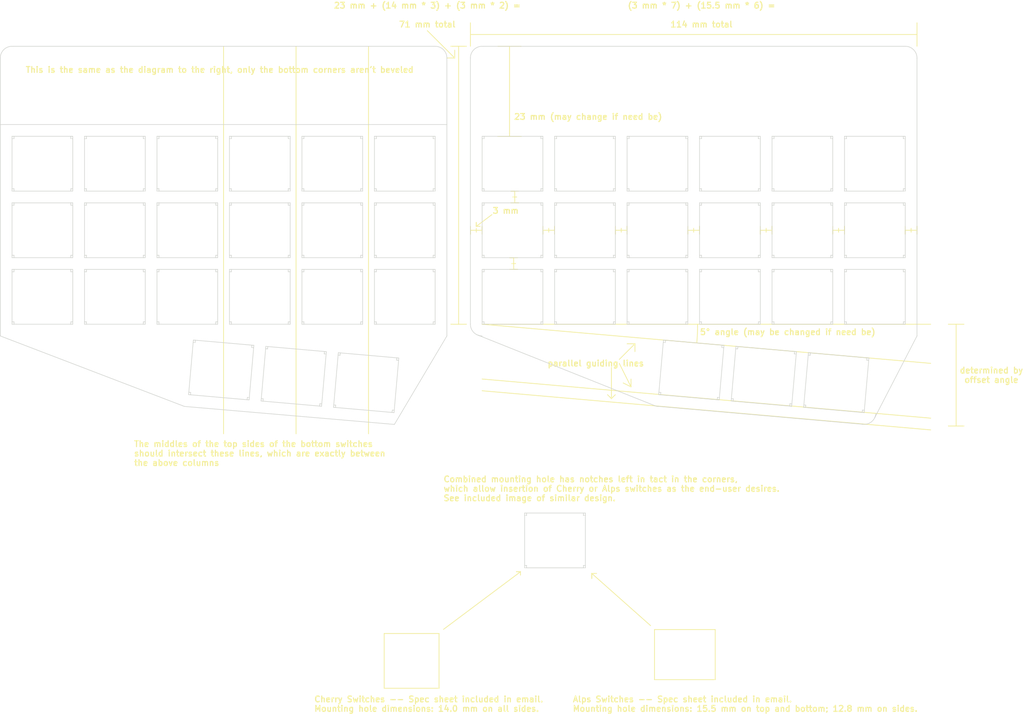
<source format=kicad_pcb>
(kicad_pcb (version 4) (host pcbnew 4.0.1-stable)

  (general
    (links 0)
    (no_connects 0)
    (area 26.924999 8.1 288.185714 190.4)
    (thickness 1.6)
    (drawings 655)
    (tracks 0)
    (zones 0)
    (modules 0)
    (nets 1)
  )

  (page A4)
  (layers
    (0 F.Cu signal)
    (31 B.Cu signal)
    (32 B.Adhes user)
    (33 F.Adhes user)
    (34 B.Paste user)
    (35 F.Paste user)
    (36 B.SilkS user)
    (37 F.SilkS user)
    (38 B.Mask user)
    (39 F.Mask user)
    (40 Dwgs.User user)
    (41 Cmts.User user)
    (42 Eco1.User user)
    (43 Eco2.User user)
    (44 Edge.Cuts user)
    (45 Margin user)
    (46 B.CrtYd user)
    (47 F.CrtYd user)
    (48 B.Fab user)
    (49 F.Fab user)
  )

  (setup
    (last_trace_width 0.25)
    (trace_clearance 0.2)
    (zone_clearance 0.508)
    (zone_45_only no)
    (trace_min 0.2)
    (segment_width 0.2)
    (edge_width 0.15)
    (via_size 0.6)
    (via_drill 0.4)
    (via_min_size 0.4)
    (via_min_drill 0.3)
    (uvia_size 0.3)
    (uvia_drill 0.1)
    (uvias_allowed no)
    (uvia_min_size 0.2)
    (uvia_min_drill 0.1)
    (pcb_text_width 0.3)
    (pcb_text_size 1.5 1.5)
    (mod_edge_width 0.15)
    (mod_text_size 1 1)
    (mod_text_width 0.15)
    (pad_size 1.524 1.524)
    (pad_drill 0.762)
    (pad_to_mask_clearance 0.2)
    (aux_axis_origin 0 0)
    (visible_elements FFFFFF7F)
    (pcbplotparams
      (layerselection 0x00020_00000000)
      (usegerberextensions false)
      (excludeedgelayer false)
      (linewidth 0.100000)
      (plotframeref false)
      (viasonmask false)
      (mode 1)
      (useauxorigin false)
      (hpglpennumber 1)
      (hpglpenspeed 20)
      (hpglpendiameter 15)
      (hpglpenoverlay 2)
      (psnegative false)
      (psa4output false)
      (plotreference true)
      (plotvalue true)
      (plotinvisibletext false)
      (padsonsilk false)
      (subtractmaskfromsilk false)
      (outputformat 4)
      (mirror false)
      (drillshape 0)
      (scaleselection 1)
      (outputdirectory /Users/sharks/Dropbox/SoftHRUFv1.0/PDF/))
  )

  (net 0 "")

  (net_class Default "This is the default net class."
    (clearance 0.2)
    (trace_width 0.25)
    (via_dia 0.6)
    (via_drill 0.4)
    (uvia_dia 0.3)
    (uvia_drill 0.1)
  )

  (gr_text "The middles of the top sides of the bottom switches\nshould intersect these lines, which are exactly between\nthe above columns" (at 61 124) (layer F.SilkS)
    (effects (font (size 1.5 1.5) (thickness 0.3)) (justify left))
  )
  (gr_line (start 84 20) (end 84 119) (layer F.SilkS) (width 0.2) (tstamp 57261130))
  (gr_line (start 102.5 20) (end 102.5 119) (layer F.SilkS) (width 0.2) (tstamp 5726112E))
  (gr_line (start 121 20) (end 121 119) (layer F.SilkS) (width 0.2))
  (gr_text "This is the same as the diagram to the right, only the bottom corners aren't beveled" (at 83 26) (layer F.SilkS)
    (effects (font (size 1.5 1.5) (thickness 0.3)))
  )
  (gr_text "determined by\noffset angle" (at 280 104) (layer F.SilkS)
    (effects (font (size 1.5 1.5) (thickness 0.3)))
  )
  (gr_text "parallel guiding lines" (at 179 101) (layer F.SilkS)
    (effects (font (size 1.5 1.5) (thickness 0.3)))
  )
  (gr_line (start 184 109) (end 183 110) (layer F.SilkS) (width 0.2))
  (gr_line (start 183 110) (end 182 109) (layer F.SilkS) (width 0.2))
  (gr_line (start 183 102) (end 183 110) (layer F.SilkS) (width 0.2))
  (gr_line (start 188 107) (end 188 105) (layer F.SilkS) (width 0.2))
  (gr_line (start 188 107) (end 186 106) (layer F.SilkS) (width 0.2))
  (gr_line (start 185 101) (end 188 107) (layer F.SilkS) (width 0.2))
  (gr_line (start 189 98) (end 189 96) (layer F.SilkS) (width 0.2))
  (gr_line (start 189 96) (end 187 96) (layer F.SilkS) (width 0.2))
  (gr_line (start 185 100) (end 189 96) (layer F.SilkS) (width 0.2))
  (gr_line (start 150 108) (end 264.5 118) (layer F.SilkS) (width 0.2) (tstamp 572590A4))
  (gr_line (start 150 105) (end 264.5 115) (layer F.SilkS) (width 0.2) (tstamp 57259096))
  (gr_line (start 269 117) (end 273 117) (layer F.SilkS) (width 0.2))
  (gr_line (start 271 91) (end 271 117) (layer F.SilkS) (width 0.2))
  (gr_line (start 269 91) (end 273 91) (layer F.SilkS) (width 0.2))
  (gr_text "(3 mm * 7) + (15.5 mm * 6) =\n\n114 mm total" (at 206 12) (layer F.SilkS)
    (effects (font (size 1.5 1.5) (thickness 0.3)))
  )
  (gr_line (start 261 20) (end 261 14) (layer F.SilkS) (width 0.2))
  (gr_line (start 147 17) (end 261 17) (layer F.SilkS) (width 0.2))
  (gr_line (start 147 20) (end 147 14) (layer F.SilkS) (width 0.2))
  (gr_line (start 143 23) (end 136 16) (layer F.SilkS) (width 0.2))
  (gr_line (start 143 23) (end 141 23) (layer F.SilkS) (width 0.2))
  (gr_line (start 143 21) (end 143 23) (layer F.SilkS) (width 0.2))
  (gr_text "23 mm + (14 mm * 3) + (3 mm * 2) =\n\n71 mm total" (at 136 12) (layer F.SilkS)
    (effects (font (size 1.5 1.5) (thickness 0.3)))
  )
  (gr_line (start 142 20) (end 146 20) (layer F.SilkS) (width 0.2))
  (gr_line (start 144 91) (end 144 20) (layer F.SilkS) (width 0.2))
  (gr_line (start 142 91) (end 146 91) (layer F.SilkS) (width 0.2))
  (gr_text "23 mm (may change if need be)" (at 158 38) (layer F.SilkS)
    (effects (font (size 1.5 1.5) (thickness 0.3)) (justify left))
  )
  (gr_line (start 154 43) (end 160 43) (layer F.SilkS) (width 0.2))
  (gr_line (start 157 20) (end 157 43) (layer F.SilkS) (width 0.2))
  (gr_line (start 154 20) (end 160 20) (layer F.SilkS) (width 0.2))
  (gr_line (start 158.04711 74.003165) (end 157.047116 74.006656) (layer F.SilkS) (width 0.2) (tstamp 57258A75))
  (gr_line (start 157.047116 74.006656) (end 159.047104 73.999675) (layer F.SilkS) (width 0.2) (tstamp 57258A74))
  (gr_line (start 159.057576 76.999656) (end 158.057582 77.003147) (layer F.SilkS) (width 0.2) (tstamp 57258A73))
  (gr_line (start 158.057582 77.003147) (end 158.04711 74.003165) (layer F.SilkS) (width 0.2) (tstamp 57258A72))
  (gr_line (start 157.057588 77.006638) (end 159.057576 76.999656) (layer F.SilkS) (width 0.2) (tstamp 57258A71))
  (gr_line (start 157.552349 75.504902) (end 158.552343 75.501411) (layer F.SilkS) (width 0.2) (tstamp 57258A70))
  (gr_line (start 158.31711 57.013165) (end 157.317116 57.016656) (layer F.SilkS) (width 0.2) (tstamp 57258A32))
  (gr_line (start 157.317116 57.016656) (end 159.317104 57.009675) (layer F.SilkS) (width 0.2) (tstamp 57258A31))
  (gr_line (start 159.327576 60.009656) (end 158.327582 60.013147) (layer F.SilkS) (width 0.2) (tstamp 57258A30))
  (gr_line (start 158.327582 60.013147) (end 158.31711 57.013165) (layer F.SilkS) (width 0.2) (tstamp 57258A2F))
  (gr_line (start 157.327588 60.016638) (end 159.327576 60.009656) (layer F.SilkS) (width 0.2) (tstamp 57258A2E))
  (gr_line (start 157.822349 58.514902) (end 158.822343 58.511411) (layer F.SilkS) (width 0.2) (tstamp 57258A2D))
  (gr_line (start 261 67) (end 261 66) (layer F.SilkS) (width 0.2) (tstamp 57258A19))
  (gr_line (start 258 66) (end 258 68) (layer F.SilkS) (width 0.2) (tstamp 57258A18))
  (gr_line (start 259.5 66.5) (end 259.5 67.5) (layer F.SilkS) (width 0.2) (tstamp 57258A17))
  (gr_line (start 261 66) (end 261 68) (layer F.SilkS) (width 0.2) (tstamp 57258A16))
  (gr_line (start 258 68) (end 258 67) (layer F.SilkS) (width 0.2) (tstamp 57258A15))
  (gr_line (start 258 67) (end 261 67) (layer F.SilkS) (width 0.2) (tstamp 57258A14))
  (gr_line (start 242.5 67) (end 242.5 66) (layer F.SilkS) (width 0.2) (tstamp 57258A12))
  (gr_line (start 224 67) (end 224 66) (layer F.SilkS) (width 0.2) (tstamp 57258A11))
  (gr_line (start 205.5 67) (end 205.5 66) (layer F.SilkS) (width 0.2) (tstamp 57258A10))
  (gr_line (start 187 67) (end 187 66) (layer F.SilkS) (width 0.2) (tstamp 57258A0F))
  (gr_line (start 239.5 66) (end 239.5 68) (layer F.SilkS) (width 0.2) (tstamp 57258A0E))
  (gr_line (start 221 66) (end 221 68) (layer F.SilkS) (width 0.2) (tstamp 57258A0D))
  (gr_line (start 202.5 66) (end 202.5 68) (layer F.SilkS) (width 0.2) (tstamp 57258A0C))
  (gr_line (start 184 66) (end 184 68) (layer F.SilkS) (width 0.2) (tstamp 57258A0B))
  (gr_line (start 241 66.5) (end 241 67.5) (layer F.SilkS) (width 0.2) (tstamp 57258A0A))
  (gr_line (start 222.5 66.5) (end 222.5 67.5) (layer F.SilkS) (width 0.2) (tstamp 57258A09))
  (gr_line (start 204 66.5) (end 204 67.5) (layer F.SilkS) (width 0.2) (tstamp 57258A08))
  (gr_line (start 185.5 66.5) (end 185.5 67.5) (layer F.SilkS) (width 0.2) (tstamp 57258A07))
  (gr_line (start 242.5 66) (end 242.5 68) (layer F.SilkS) (width 0.2) (tstamp 57258A06))
  (gr_line (start 224 66) (end 224 68) (layer F.SilkS) (width 0.2) (tstamp 57258A05))
  (gr_line (start 205.5 66) (end 205.5 68) (layer F.SilkS) (width 0.2) (tstamp 57258A04))
  (gr_line (start 187 66) (end 187 68) (layer F.SilkS) (width 0.2) (tstamp 57258A03))
  (gr_line (start 239.5 67) (end 242.5 67) (layer F.SilkS) (width 0.2) (tstamp 57258A02))
  (gr_line (start 221 67) (end 224 67) (layer F.SilkS) (width 0.2) (tstamp 57258A01))
  (gr_line (start 202.5 67) (end 205.5 67) (layer F.SilkS) (width 0.2) (tstamp 57258A00))
  (gr_line (start 184 67) (end 187 67) (layer F.SilkS) (width 0.2) (tstamp 572589FF))
  (gr_line (start 239.5 68) (end 239.5 67) (layer F.SilkS) (width 0.2) (tstamp 572589FE))
  (gr_line (start 221 68) (end 221 67) (layer F.SilkS) (width 0.2) (tstamp 572589FD))
  (gr_line (start 202.5 68) (end 202.5 67) (layer F.SilkS) (width 0.2) (tstamp 572589FC))
  (gr_line (start 184 68) (end 184 67) (layer F.SilkS) (width 0.2) (tstamp 572589FB))
  (gr_line (start 167 66.5) (end 167 67.5) (layer F.SilkS) (width 0.2) (tstamp 5725899C))
  (gr_line (start 165.5 67) (end 168.5 67) (layer F.SilkS) (width 0.2) (tstamp 5725899B))
  (gr_line (start 165.5 68) (end 165.5 67) (layer F.SilkS) (width 0.2) (tstamp 5725899A))
  (gr_line (start 168.5 67) (end 168.5 66) (layer F.SilkS) (width 0.2) (tstamp 57258999))
  (gr_line (start 168.5 66) (end 168.5 68) (layer F.SilkS) (width 0.2) (tstamp 57258998))
  (gr_line (start 165.5 66) (end 165.5 68) (layer F.SilkS) (width 0.2) (tstamp 57258997))
  (gr_line (start 148.5 66.5) (end 148.5 67.5) (layer F.SilkS) (width 0.2))
  (gr_line (start 147 68) (end 147 67) (layer F.SilkS) (width 0.2) (tstamp 57258934))
  (gr_line (start 147 66) (end 147 68) (layer F.SilkS) (width 0.2) (tstamp 57258933))
  (gr_line (start 150 67) (end 150 66) (layer F.SilkS) (width 0.2) (tstamp 57258932))
  (gr_line (start 150 66) (end 150 68) (layer F.SilkS) (width 0.2) (tstamp 57258931))
  (gr_line (start 147 67) (end 150 67) (layer F.SilkS) (width 0.2) (tstamp 57258930))
  (gr_line (start 152.5 63) (end 148.5 66) (layer F.SilkS) (width 0.2) (tstamp 5725892F))
  (gr_line (start 148.5 66) (end 149.5 66) (layer F.SilkS) (width 0.2) (tstamp 5725892E))
  (gr_line (start 148.5 65) (end 148.5 66) (layer F.SilkS) (width 0.2) (tstamp 5725892D))
  (gr_line (start 148.5 66) (end 148.5 65) (layer F.SilkS) (width 0.2) (tstamp 5725892C))
  (gr_text "3 mm" (at 156 62) (layer F.SilkS) (tstamp 5725892B)
    (effects (font (size 1.5 1.5) (thickness 0.3)))
  )
  (gr_text "Combined mounting hole has notches left in tact in the corners,\nwhich allow insertion of Cherry or Alps switches as the end-user desires.\nSee included image of similar design." (at 140 133) (layer F.SilkS)
    (effects (font (size 1.5 1.5) (thickness 0.3)) (justify left))
  )
  (gr_line (start 194 181.8) (end 209.5 181.8) (layer F.SilkS) (width 0.2) (tstamp 572586E4))
  (gr_line (start 209.5 169) (end 209.5 181.8) (layer F.SilkS) (width 0.2) (tstamp 572586E1))
  (gr_line (start 194 169) (end 194 181.8) (layer F.SilkS) (width 0.2))
  (gr_line (start 194 169) (end 209.5 169) (layer F.SilkS) (width 0.2))
  (gr_text "Alps Switches -- Spec sheet included in email.\nMounting hole dimensions: 15.5 mm on top and bottom; 12.8 mm on sides." (at 173 188) (layer F.SilkS) (tstamp 57258656)
    (effects (font (size 1.5 1.5) (thickness 0.3)) (justify left))
  )
  (gr_line (start 139 184) (end 139 170) (layer F.SilkS) (width 0.2))
  (gr_line (start 125 184) (end 139 184) (layer F.SilkS) (width 0.2))
  (gr_line (start 125 170) (end 125 184) (layer F.SilkS) (width 0.2))
  (gr_line (start 139 170) (end 125 170) (layer F.SilkS) (width 0.2))
  (gr_text "Cherry Switches -- Spec sheet included in email.\nMounting hole dimensions: 14.0 mm on all sides." (at 107 188) (layer F.SilkS)
    (effects (font (size 1.5 1.5) (thickness 0.3)) (justify left))
  )
  (gr_line (start 178 154.66) (end 179.2 154.66) (layer F.SilkS) (width 0.2))
  (gr_line (start 177.98 155.95) (end 178 154.66) (layer F.SilkS) (width 0.2))
  (gr_line (start 177.97 154.65) (end 177.98 155.95) (layer F.SilkS) (width 0.2))
  (gr_line (start 193 168) (end 177.97 154.65) (layer F.SilkS) (width 0.2))
  (gr_line (start 159.78 154.24) (end 159.78 155.1) (layer F.SilkS) (width 0.2))
  (gr_line (start 158.74 154.23) (end 159.78 154.24) (layer F.SilkS) (width 0.2))
  (gr_line (start 159.78 154.24) (end 158.74 154.23) (layer F.SilkS) (width 0.2))
  (gr_line (start 140.13 168.95) (end 159.78 154.24) (layer F.SilkS) (width 0.2))
  (gr_line (start 160.85 139.23) (end 160.85 153.23) (layer Edge.Cuts) (width 0.15) (tstamp 572583B7))
  (gr_line (start 160.85 139.23) (end 176.35 139.23) (layer Edge.Cuts) (width 0.15) (tstamp 572583B6))
  (gr_line (start 175.85 139.23) (end 175.85 139.83) (layer Edge.Cuts) (width 0.15) (tstamp 572583B5))
  (gr_line (start 160.85 139.83) (end 161.35 139.83) (layer Edge.Cuts) (width 0.15) (tstamp 572583B4))
  (gr_line (start 161.35 139.23) (end 161.35 139.83) (layer Edge.Cuts) (width 0.15) (tstamp 572583B3))
  (gr_line (start 160.85 153.23) (end 176.35 153.23) (layer Edge.Cuts) (width 0.15) (tstamp 572583B2))
  (gr_line (start 161.35 153.23) (end 161.35 152.63) (layer Edge.Cuts) (width 0.15) (tstamp 572583B1))
  (gr_line (start 161.35 152.63) (end 160.85 152.63) (layer Edge.Cuts) (width 0.15) (tstamp 572583B0))
  (gr_line (start 176.35 139.83) (end 175.85 139.83) (layer Edge.Cuts) (width 0.15) (tstamp 572583AF))
  (gr_line (start 175.85 152.63) (end 175.85 153.23) (layer Edge.Cuts) (width 0.15) (tstamp 572583AE))
  (gr_line (start 176.35 152.63) (end 175.85 152.63) (layer Edge.Cuts) (width 0.15) (tstamp 572583AD))
  (gr_line (start 176.35 139.23) (end 176.35 153.23) (layer Edge.Cuts) (width 0.15) (tstamp 572583AC))
  (gr_text "5° angle (may be changed if need be)" (at 228 93) (layer F.SilkS)
    (effects (font (size 1.5 1.5) (thickness 0.3)))
  )
  (gr_arc (start 150 91) (end 205 91) (angle 4.99260379) (layer F.SilkS) (width 0.2))
  (gr_line (start 150 91) (end 264.5 91) (layer F.SilkS) (width 0.2))
  (gr_line (start 150 91) (end 264.5 101) (layer F.SilkS) (width 0.2))
  (gr_line (start 247.1 116.55) (end 194.79 111.97) (layer Edge.Cuts) (width 0.15))
  (gr_line (start 261 94) (end 250.21 114.88) (layer Edge.Cuts) (width 0.15))
  (gr_line (start 148.66 93.68) (end 194.03 111.8) (layer Edge.Cuts) (width 0.15) (tstamp 5723C3C1))
  (gr_arc (start 247.51 113.58) (end 250.5 113.83) (angle 95) (layer Edge.Cuts) (width 0.15))
  (gr_line (start 247.51 113.58) (end 247.5 113.58) (layer Edge.Cuts) (width 0.15))
  (gr_arc (start 195.07 108.98) (end 195 112) (angle 18.18165919) (layer Edge.Cuts) (width 0.15))
  (gr_arc (start 150 91) (end 150 94) (angle 90) (layer Edge.Cuts) (width 0.15))
  (gr_line (start 127.6 116.6) (end 141 94) (layer Edge.Cuts) (width 0.15))
  (gr_line (start 74 112) (end 127.6 116.6) (layer Edge.Cuts) (width 0.15))
  (gr_line (start 27 94) (end 74 112) (layer Edge.Cuts) (width 0.15))
  (gr_line (start 168.5 74) (end 184 74) (layer Edge.Cuts) (width 0.15) (tstamp 5723C3A7))
  (gr_line (start 184 73.4) (end 183.5 73.4) (layer Edge.Cuts) (width 0.15) (tstamp 5723C3A5))
  (gr_line (start 183.5 77) (end 183.5 77.6) (layer Edge.Cuts) (width 0.15) (tstamp 5723C3A3))
  (gr_line (start 168.5 77.6) (end 169 77.6) (layer Edge.Cuts) (width 0.15) (tstamp 5723C3A1))
  (gr_line (start 169 73.4) (end 168.5 73.4) (layer Edge.Cuts) (width 0.15) (tstamp 5723C39F))
  (gr_line (start 169 74) (end 169 73.4) (layer Edge.Cuts) (width 0.15) (tstamp 5723C39D))
  (gr_line (start 169 77) (end 169 77.6) (layer Edge.Cuts) (width 0.15) (tstamp 5723C39B))
  (gr_line (start 183.5 73.4) (end 183.5 74) (layer Edge.Cuts) (width 0.15) (tstamp 5723C399))
  (gr_line (start 150 74) (end 165.5 74) (layer Edge.Cuts) (width 0.15) (tstamp 5723C397))
  (gr_line (start 165.5 73.4) (end 165 73.4) (layer Edge.Cuts) (width 0.15) (tstamp 5723C395))
  (gr_line (start 165 73.4) (end 165 74) (layer Edge.Cuts) (width 0.15) (tstamp 5723C393))
  (gr_line (start 150.5 73.4) (end 150 73.4) (layer Edge.Cuts) (width 0.15) (tstamp 5723C391))
  (gr_line (start 150.5 74) (end 150.5 73.4) (layer Edge.Cuts) (width 0.15) (tstamp 5723C38F))
  (gr_line (start 150 91) (end 165.5 91) (layer Edge.Cuts) (width 0.15) (tstamp 5723C38D))
  (gr_line (start 150 77.6) (end 150.5 77.6) (layer Edge.Cuts) (width 0.15) (tstamp 5723C38B))
  (gr_line (start 150.5 91) (end 150.5 90.4) (layer Edge.Cuts) (width 0.15) (tstamp 5723C389))
  (gr_line (start 150.5 77) (end 150.5 77.6) (layer Edge.Cuts) (width 0.15) (tstamp 5723C387))
  (gr_line (start 150.5 90.4) (end 150 90.4) (layer Edge.Cuts) (width 0.15) (tstamp 5723C385))
  (gr_line (start 150 77) (end 150 91) (layer Edge.Cuts) (width 0.15) (tstamp 5723C383))
  (gr_line (start 150 77) (end 165.5 77) (layer Edge.Cuts) (width 0.15) (tstamp 5723C381))
  (gr_line (start 184 77) (end 184 91) (layer Edge.Cuts) (width 0.15) (tstamp 5723C37F))
  (gr_line (start 184 90.4) (end 183.5 90.4) (layer Edge.Cuts) (width 0.15) (tstamp 5723C37D))
  (gr_line (start 183.5 90.4) (end 183.5 91) (layer Edge.Cuts) (width 0.15) (tstamp 5723C37B))
  (gr_line (start 169 90.4) (end 168.5 90.4) (layer Edge.Cuts) (width 0.15) (tstamp 5723C379))
  (gr_line (start 168.5 91) (end 184 91) (layer Edge.Cuts) (width 0.15) (tstamp 5723C377))
  (gr_line (start 168.5 77) (end 184 77) (layer Edge.Cuts) (width 0.15) (tstamp 5723C375))
  (gr_line (start 169 91) (end 169 90.4) (layer Edge.Cuts) (width 0.15) (tstamp 5723C373))
  (gr_line (start 165.5 77) (end 165.5 91) (layer Edge.Cuts) (width 0.15) (tstamp 5723C371))
  (gr_line (start 165.5 90.4) (end 165 90.4) (layer Edge.Cuts) (width 0.15) (tstamp 5723C36F))
  (gr_line (start 165.5 77.6) (end 165 77.6) (layer Edge.Cuts) (width 0.15) (tstamp 5723C36D))
  (gr_line (start 165 90.4) (end 165 91) (layer Edge.Cuts) (width 0.15) (tstamp 5723C36B))
  (gr_line (start 168.5 77) (end 168.5 91) (layer Edge.Cuts) (width 0.15) (tstamp 5723C369))
  (gr_line (start 165 77) (end 165 77.6) (layer Edge.Cuts) (width 0.15) (tstamp 5723C367))
  (gr_line (start 183.5 60) (end 183.5 60.6) (layer Edge.Cuts) (width 0.15) (tstamp 5723C365))
  (gr_line (start 184 60.6) (end 183.5 60.6) (layer Edge.Cuts) (width 0.15) (tstamp 5723C363))
  (gr_line (start 183.5 56.4) (end 183.5 57) (layer Edge.Cuts) (width 0.15) (tstamp 5723C361))
  (gr_line (start 168.5 60) (end 184 60) (layer Edge.Cuts) (width 0.15) (tstamp 5723C35F))
  (gr_line (start 184 56.4) (end 183.5 56.4) (layer Edge.Cuts) (width 0.15) (tstamp 5723C35D))
  (gr_line (start 183.5 43) (end 183.5 43.6) (layer Edge.Cuts) (width 0.15) (tstamp 5723C35B))
  (gr_line (start 184 43) (end 184 57) (layer Edge.Cuts) (width 0.15) (tstamp 5723C359))
  (gr_line (start 168.5 43) (end 184 43) (layer Edge.Cuts) (width 0.15) (tstamp 5723C357))
  (gr_line (start 168.5 57) (end 184 57) (layer Edge.Cuts) (width 0.15) (tstamp 5723C355))
  (gr_line (start 184 43.6) (end 183.5 43.6) (layer Edge.Cuts) (width 0.15) (tstamp 5723C353))
  (gr_line (start 165 56.4) (end 165 57) (layer Edge.Cuts) (width 0.15) (tstamp 5723C351))
  (gr_line (start 169 60) (end 169 60.6) (layer Edge.Cuts) (width 0.15) (tstamp 5723C34F))
  (gr_line (start 165.5 60.6) (end 165 60.6) (layer Edge.Cuts) (width 0.15) (tstamp 5723C34D))
  (gr_line (start 168.5 60.6) (end 169 60.6) (layer Edge.Cuts) (width 0.15) (tstamp 5723C34B))
  (gr_line (start 169 56.4) (end 168.5 56.4) (layer Edge.Cuts) (width 0.15) (tstamp 5723C349))
  (gr_line (start 169 57) (end 169 56.4) (layer Edge.Cuts) (width 0.15) (tstamp 5723C347))
  (gr_line (start 165.5 56.4) (end 165 56.4) (layer Edge.Cuts) (width 0.15) (tstamp 5723C345))
  (gr_line (start 165 60) (end 165 60.6) (layer Edge.Cuts) (width 0.15) (tstamp 5723C343))
  (gr_line (start 150 43) (end 165.5 43) (layer Edge.Cuts) (width 0.15) (tstamp 5723C341))
  (gr_line (start 150.5 43) (end 150.5 43.6) (layer Edge.Cuts) (width 0.15) (tstamp 5723C33F))
  (gr_line (start 150 43.6) (end 150.5 43.6) (layer Edge.Cuts) (width 0.15) (tstamp 5723C33D))
  (gr_line (start 150 43) (end 150 57) (layer Edge.Cuts) (width 0.15) (tstamp 5723C33B))
  (gr_line (start 150.5 56.4) (end 150 56.4) (layer Edge.Cuts) (width 0.15) (tstamp 5723C339))
  (gr_line (start 165 43) (end 165 43.6) (layer Edge.Cuts) (width 0.15) (tstamp 5723C337))
  (gr_line (start 165.5 43) (end 165.5 57) (layer Edge.Cuts) (width 0.15) (tstamp 5723C335))
  (gr_line (start 168.5 43.6) (end 169 43.6) (layer Edge.Cuts) (width 0.15) (tstamp 5723C333))
  (gr_line (start 165.5 43.6) (end 165 43.6) (layer Edge.Cuts) (width 0.15) (tstamp 5723C331))
  (gr_line (start 168.5 43) (end 168.5 57) (layer Edge.Cuts) (width 0.15) (tstamp 5723C32F))
  (gr_line (start 169 43) (end 169 43.6) (layer Edge.Cuts) (width 0.15) (tstamp 5723C32D))
  (gr_line (start 150 57) (end 165.5 57) (layer Edge.Cuts) (width 0.15) (tstamp 5723C32B))
  (gr_line (start 150 60.6) (end 150.5 60.6) (layer Edge.Cuts) (width 0.15) (tstamp 5723C329))
  (gr_line (start 150.5 60) (end 150.5 60.6) (layer Edge.Cuts) (width 0.15) (tstamp 5723C327))
  (gr_line (start 150.5 57) (end 150.5 56.4) (layer Edge.Cuts) (width 0.15) (tstamp 5723C325))
  (gr_line (start 150 60) (end 165.5 60) (layer Edge.Cuts) (width 0.15) (tstamp 5723C323))
  (gr_line (start 187.5 73.4) (end 187 73.4) (layer Edge.Cuts) (width 0.15) (tstamp 5723C321))
  (gr_line (start 205.5 60) (end 205.5 74) (layer Edge.Cuts) (width 0.15) (tstamp 5723C31F))
  (gr_line (start 187 74) (end 202.5 74) (layer Edge.Cuts) (width 0.15) (tstamp 5723C31D))
  (gr_line (start 187 60) (end 187 74) (layer Edge.Cuts) (width 0.15) (tstamp 5723C31B))
  (gr_line (start 187.5 74) (end 187.5 73.4) (layer Edge.Cuts) (width 0.15) (tstamp 5723C319))
  (gr_line (start 205.5 74) (end 221 74) (layer Edge.Cuts) (width 0.15) (tstamp 5723C317))
  (gr_line (start 206 73.4) (end 205.5 73.4) (layer Edge.Cuts) (width 0.15) (tstamp 5723C315))
  (gr_line (start 206 74) (end 206 73.4) (layer Edge.Cuts) (width 0.15) (tstamp 5723C313))
  (gr_line (start 205.5 60) (end 221 60) (layer Edge.Cuts) (width 0.15) (tstamp 5723C311))
  (gr_line (start 205.5 77) (end 221 77) (layer Edge.Cuts) (width 0.15) (tstamp 5723C30F))
  (gr_line (start 184 60) (end 184 74) (layer Edge.Cuts) (width 0.15) (tstamp 5723C30D))
  (gr_line (start 202.5 77.6) (end 202 77.6) (layer Edge.Cuts) (width 0.15) (tstamp 5723C30B))
  (gr_line (start 184 77.6) (end 183.5 77.6) (layer Edge.Cuts) (width 0.15) (tstamp 5723C309))
  (gr_line (start 187 60) (end 202.5 60) (layer Edge.Cuts) (width 0.15) (tstamp 5723C307))
  (gr_line (start 187.5 77) (end 187.5 77.6) (layer Edge.Cuts) (width 0.15) (tstamp 5723C305))
  (gr_line (start 187.5 60) (end 187.5 60.6) (layer Edge.Cuts) (width 0.15) (tstamp 5723C303))
  (gr_line (start 187.5 56.4) (end 187 56.4) (layer Edge.Cuts) (width 0.15) (tstamp 5723C301))
  (gr_line (start 187.5 57) (end 187.5 56.4) (layer Edge.Cuts) (width 0.15) (tstamp 5723C2FF))
  (gr_line (start 187 60.6) (end 187.5 60.6) (layer Edge.Cuts) (width 0.15) (tstamp 5723C2FD))
  (gr_line (start 187 77) (end 187 91) (layer Edge.Cuts) (width 0.15) (tstamp 5723C2FB))
  (gr_line (start 202.5 90.4) (end 202 90.4) (layer Edge.Cuts) (width 0.15) (tstamp 5723C2F9))
  (gr_line (start 187 77) (end 202.5 77) (layer Edge.Cuts) (width 0.15) (tstamp 5723C2F7))
  (gr_line (start 206 77) (end 206 77.6) (layer Edge.Cuts) (width 0.15) (tstamp 5723C2F5))
  (gr_arc (start 258 23) (end 258 20) (angle 90) (layer Edge.Cuts) (width 0.15) (tstamp 5723C2F3))
  (gr_line (start 150 20) (end 258 20) (layer Edge.Cuts) (width 0.15) (tstamp 5723C2EF))
  (gr_line (start 165.5 60) (end 165.5 74) (layer Edge.Cuts) (width 0.15) (tstamp 5723C2ED))
  (gr_line (start 150 60) (end 150 74) (layer Edge.Cuts) (width 0.15) (tstamp 5723C2EB))
  (gr_arc (start 150 23) (end 147 23) (angle 90) (layer Edge.Cuts) (width 0.15) (tstamp 5723C2E9))
  (gr_line (start 147 23) (end 147 91) (layer Edge.Cuts) (width 0.15) (tstamp 5723C2E7))
  (gr_line (start 168.5 60) (end 168.5 74) (layer Edge.Cuts) (width 0.15) (tstamp 5723C2E5))
  (gr_line (start 187 91) (end 202.5 91) (layer Edge.Cuts) (width 0.15) (tstamp 5723C2E3))
  (gr_line (start 187.5 90.4) (end 187 90.4) (layer Edge.Cuts) (width 0.15) (tstamp 5723C2E1))
  (gr_line (start 187 77.6) (end 187.5 77.6) (layer Edge.Cuts) (width 0.15) (tstamp 5723C2DF))
  (gr_line (start 187.5 91) (end 187.5 90.4) (layer Edge.Cuts) (width 0.15) (tstamp 5723C2DD))
  (gr_line (start 202.5 73.4) (end 202 73.4) (layer Edge.Cuts) (width 0.15) (tstamp 5723C2DB))
  (gr_line (start 187 43) (end 202.5 43) (layer Edge.Cuts) (width 0.15) (tstamp 5723C2D9))
  (gr_line (start 187 43.6) (end 187.5 43.6) (layer Edge.Cuts) (width 0.15) (tstamp 5723C2D7))
  (gr_line (start 187.5 43) (end 187.5 43.6) (layer Edge.Cuts) (width 0.15) (tstamp 5723C2D5))
  (gr_line (start 187 57) (end 202.5 57) (layer Edge.Cuts) (width 0.15) (tstamp 5723C2D3))
  (gr_line (start 187 43) (end 187 57) (layer Edge.Cuts) (width 0.15) (tstamp 5723C2D1))
  (gr_line (start 220.5 43) (end 220.5 43.6) (layer Edge.Cuts) (width 0.15) (tstamp 5723C2CF))
  (gr_line (start 221 43.6) (end 220.5 43.6) (layer Edge.Cuts) (width 0.15) (tstamp 5723C2CD))
  (gr_line (start 221 56.4) (end 220.5 56.4) (layer Edge.Cuts) (width 0.15) (tstamp 5723C2CB))
  (gr_line (start 205.5 43) (end 221 43) (layer Edge.Cuts) (width 0.15) (tstamp 5723C2C9))
  (gr_line (start 206 60) (end 206 60.6) (layer Edge.Cuts) (width 0.15) (tstamp 5723C2C7))
  (gr_line (start 202.5 60.6) (end 202 60.6) (layer Edge.Cuts) (width 0.15) (tstamp 5723C2C5))
  (gr_line (start 205.5 60.6) (end 206 60.6) (layer Edge.Cuts) (width 0.15) (tstamp 5723C2C3))
  (gr_line (start 202 60) (end 202 60.6) (layer Edge.Cuts) (width 0.15) (tstamp 5723C2C1))
  (gr_line (start 220.5 56.4) (end 220.5 57) (layer Edge.Cuts) (width 0.15) (tstamp 5723C2BF))
  (gr_line (start 206 56.4) (end 205.5 56.4) (layer Edge.Cuts) (width 0.15) (tstamp 5723C2BD))
  (gr_line (start 206 57) (end 206 56.4) (layer Edge.Cuts) (width 0.15) (tstamp 5723C2BB))
  (gr_line (start 220.5 60) (end 220.5 60.6) (layer Edge.Cuts) (width 0.15) (tstamp 5723C2B9))
  (gr_line (start 205.5 57) (end 221 57) (layer Edge.Cuts) (width 0.15) (tstamp 5723C2B7))
  (gr_line (start 205.5 43.6) (end 206 43.6) (layer Edge.Cuts) (width 0.15) (tstamp 5723C2B5))
  (gr_line (start 206 43) (end 206 43.6) (layer Edge.Cuts) (width 0.15) (tstamp 5723C2B3))
  (gr_line (start 202 56.4) (end 202 57) (layer Edge.Cuts) (width 0.15) (tstamp 5723C2B1))
  (gr_line (start 202.5 56.4) (end 202 56.4) (layer Edge.Cuts) (width 0.15) (tstamp 5723C2AF))
  (gr_line (start 202.5 43.6) (end 202 43.6) (layer Edge.Cuts) (width 0.15) (tstamp 5723C2AD))
  (gr_line (start 205.5 43) (end 205.5 57) (layer Edge.Cuts) (width 0.15) (tstamp 5723C2AB))
  (gr_line (start 202 43) (end 202 43.6) (layer Edge.Cuts) (width 0.15) (tstamp 5723C2A9))
  (gr_line (start 202.5 60) (end 202.5 74) (layer Edge.Cuts) (width 0.15) (tstamp 5723C2A7))
  (gr_line (start 202.5 43) (end 202.5 57) (layer Edge.Cuts) (width 0.15) (tstamp 5723C2A5))
  (gr_line (start 224.5 57) (end 224.5 56.4) (layer Edge.Cuts) (width 0.15) (tstamp 5723C2A3))
  (gr_line (start 239 43) (end 239 43.6) (layer Edge.Cuts) (width 0.15) (tstamp 5723C2A1))
  (gr_line (start 239 56.4) (end 239 57) (layer Edge.Cuts) (width 0.15) (tstamp 5723C29F))
  (gr_line (start 239.5 43) (end 239.5 57) (layer Edge.Cuts) (width 0.15) (tstamp 5723C29D))
  (gr_line (start 224 57) (end 239.5 57) (layer Edge.Cuts) (width 0.15) (tstamp 5723C29B))
  (gr_line (start 239.5 43.6) (end 239 43.6) (layer Edge.Cuts) (width 0.15) (tstamp 5723C299))
  (gr_line (start 239.5 56.4) (end 239 56.4) (layer Edge.Cuts) (width 0.15) (tstamp 5723C297))
  (gr_line (start 224 43) (end 239.5 43) (layer Edge.Cuts) (width 0.15) (tstamp 5723C295))
  (gr_line (start 221 43) (end 221 57) (layer Edge.Cuts) (width 0.15) (tstamp 5723C293))
  (gr_line (start 224 43.6) (end 224.5 43.6) (layer Edge.Cuts) (width 0.15) (tstamp 5723C291))
  (gr_line (start 224 43) (end 224 57) (layer Edge.Cuts) (width 0.15) (tstamp 5723C28F))
  (gr_line (start 224.5 56.4) (end 224 56.4) (layer Edge.Cuts) (width 0.15) (tstamp 5723C28D))
  (gr_line (start 224.5 43) (end 224.5 43.6) (layer Edge.Cuts) (width 0.15) (tstamp 5723C28B))
  (gr_line (start 243 73.4) (end 242.5 73.4) (layer Edge.Cuts) (width 0.15) (tstamp 5723C289))
  (gr_line (start 243 60) (end 243 60.6) (layer Edge.Cuts) (width 0.15) (tstamp 5723C287))
  (gr_line (start 243 74) (end 243 73.4) (layer Edge.Cuts) (width 0.15) (tstamp 5723C285))
  (gr_line (start 242.5 60.6) (end 243 60.6) (layer Edge.Cuts) (width 0.15) (tstamp 5723C283))
  (gr_line (start 242.5 60) (end 242.5 74) (layer Edge.Cuts) (width 0.15) (tstamp 5723C281))
  (gr_line (start 202 90.4) (end 202 91) (layer Edge.Cuts) (width 0.15) (tstamp 5723C27F))
  (gr_line (start 206 91) (end 206 90.4) (layer Edge.Cuts) (width 0.15) (tstamp 5723C27D))
  (gr_line (start 206 90.4) (end 205.5 90.4) (layer Edge.Cuts) (width 0.15) (tstamp 5723C27B))
  (gr_line (start 205.5 91) (end 221 91) (layer Edge.Cuts) (width 0.15) (tstamp 5723C279))
  (gr_line (start 211.23125 96.349686) (end 211.178955 96.947402) (layer Edge.Cuts) (width 0.15) (tstamp 5723C277))
  (gr_line (start 211.677053 96.99098) (end 211.178955 96.947402) (layer Edge.Cuts) (width 0.15) (tstamp 5723C275))
  (gr_line (start 196.236036 95.640066) (end 196.734134 95.683644) (layer Edge.Cuts) (width 0.15) (tstamp 5723C273))
  (gr_line (start 196.288329 95.042348) (end 195.06815 108.989075) (layer Edge.Cuts) (width 0.15) (tstamp 5723C271))
  (gr_line (start 195.618538 108.434934) (end 195.120442 108.391358) (layer Edge.Cuts) (width 0.15) (tstamp 5723C26F))
  (gr_line (start 196.786427 95.085928) (end 196.734134 95.683644) (layer Edge.Cuts) (width 0.15) (tstamp 5723C26D))
  (gr_line (start 196.288329 95.042348) (end 211.729348 96.393263) (layer Edge.Cuts) (width 0.15) (tstamp 5723C26B))
  (gr_line (start 202.5 77) (end 202.5 91) (layer Edge.Cuts) (width 0.15) (tstamp 5723C269))
  (gr_line (start 202 77) (end 202 77.6) (layer Edge.Cuts) (width 0.15) (tstamp 5723C267))
  (gr_line (start 202 73.4) (end 202 74) (layer Edge.Cuts) (width 0.15) (tstamp 5723C265))
  (gr_line (start 205.5 77.6) (end 206 77.6) (layer Edge.Cuts) (width 0.15) (tstamp 5723C263))
  (gr_line (start 205.5 77) (end 205.5 91) (layer Edge.Cuts) (width 0.15) (tstamp 5723C261))
  (gr_line (start 211.729348 96.393263) (end 210.509167 110.339987) (layer Edge.Cuts) (width 0.15) (tstamp 5723C25F))
  (gr_line (start 195.566246 109.032652) (end 195.618538 108.434934) (layer Edge.Cuts) (width 0.15) (tstamp 5723C25D))
  (gr_line (start 210.561461 109.742271) (end 210.063362 109.698695) (layer Edge.Cuts) (width 0.15) (tstamp 5723C25B))
  (gr_line (start 195.06815 108.989075) (end 210.509167 110.339987) (layer Edge.Cuts) (width 0.15) (tstamp 5723C259))
  (gr_line (start 210.063362 109.698695) (end 210.011069 110.296411) (layer Edge.Cuts) (width 0.15) (tstamp 5723C255))
  (gr_line (start 239.5 60) (end 239.5 74) (layer Edge.Cuts) (width 0.15) (tstamp 5723C253))
  (gr_line (start 224 74) (end 239.5 74) (layer Edge.Cuts) (width 0.15) (tstamp 5723C251))
  (gr_line (start 239 60) (end 239 60.6) (layer Edge.Cuts) (width 0.15) (tstamp 5723C24F))
  (gr_line (start 239.5 60.6) (end 239 60.6) (layer Edge.Cuts) (width 0.15) (tstamp 5723C24D))
  (gr_line (start 239 73.4) (end 239 74) (layer Edge.Cuts) (width 0.15) (tstamp 5723C24B))
  (gr_line (start 239.5 73.4) (end 239 73.4) (layer Edge.Cuts) (width 0.15) (tstamp 5723C249))
  (gr_line (start 224 60) (end 239.5 60) (layer Edge.Cuts) (width 0.15) (tstamp 5723C247))
  (gr_line (start 221 77) (end 221 91) (layer Edge.Cuts) (width 0.15) (tstamp 5723C245))
  (gr_line (start 224.5 77) (end 224.5 77.6) (layer Edge.Cuts) (width 0.15) (tstamp 5723C243))
  (gr_line (start 220.5 77) (end 220.5 77.6) (layer Edge.Cuts) (width 0.15) (tstamp 5723C241))
  (gr_line (start 220.5 90.4) (end 220.5 91) (layer Edge.Cuts) (width 0.15) (tstamp 5723C23F))
  (gr_line (start 224 77.6) (end 224.5 77.6) (layer Edge.Cuts) (width 0.15) (tstamp 5723C23D))
  (gr_line (start 221 90.4) (end 220.5 90.4) (layer Edge.Cuts) (width 0.15) (tstamp 5723C23B))
  (gr_line (start 224.5 90.4) (end 224 90.4) (layer Edge.Cuts) (width 0.15) (tstamp 5723C239))
  (gr_line (start 224 77) (end 224 91) (layer Edge.Cuts) (width 0.15) (tstamp 5723C237))
  (gr_line (start 239.5 77) (end 239.5 91) (layer Edge.Cuts) (width 0.15) (tstamp 5723C235))
  (gr_line (start 224 77) (end 239.5 77) (layer Edge.Cuts) (width 0.15) (tstamp 5723C233))
  (gr_line (start 239 77) (end 239 77.6) (layer Edge.Cuts) (width 0.15) (tstamp 5723C231))
  (gr_line (start 224.5 91) (end 224.5 90.4) (layer Edge.Cuts) (width 0.15) (tstamp 5723C22F))
  (gr_line (start 239 90.4) (end 239 91) (layer Edge.Cuts) (width 0.15) (tstamp 5723C22D))
  (gr_line (start 239.5 77.6) (end 239 77.6) (layer Edge.Cuts) (width 0.15) (tstamp 5723C22B))
  (gr_line (start 239.5 90.4) (end 239 90.4) (layer Edge.Cuts) (width 0.15) (tstamp 5723C229))
  (gr_line (start 224 91) (end 239.5 91) (layer Edge.Cuts) (width 0.15) (tstamp 5723C227))
  (gr_line (start 221 60.6) (end 220.5 60.6) (layer Edge.Cuts) (width 0.15) (tstamp 5723C225))
  (gr_line (start 220.5 73.4) (end 220.5 74) (layer Edge.Cuts) (width 0.15) (tstamp 5723C223))
  (gr_line (start 221 73.4) (end 220.5 73.4) (layer Edge.Cuts) (width 0.15) (tstamp 5723C221))
  (gr_line (start 221 77.6) (end 220.5 77.6) (layer Edge.Cuts) (width 0.15) (tstamp 5723C21F))
  (gr_line (start 221 60) (end 221 74) (layer Edge.Cuts) (width 0.15) (tstamp 5723C21D))
  (gr_line (start 224.5 73.4) (end 224 73.4) (layer Edge.Cuts) (width 0.15) (tstamp 5723C21B))
  (gr_line (start 224 60.6) (end 224.5 60.6) (layer Edge.Cuts) (width 0.15) (tstamp 5723C219))
  (gr_line (start 224.5 60) (end 224.5 60.6) (layer Edge.Cuts) (width 0.15) (tstamp 5723C217))
  (gr_line (start 224.5 74) (end 224.5 73.4) (layer Edge.Cuts) (width 0.15) (tstamp 5723C215))
  (gr_line (start 224 60) (end 224 74) (layer Edge.Cuts) (width 0.15) (tstamp 5723C213))
  (gr_line (start 215.286427 96.705928) (end 215.234134 97.303644) (layer Edge.Cuts) (width 0.15) (tstamp 5723C211))
  (gr_line (start 213.56815 110.609075) (end 229.009167 111.959987) (layer Edge.Cuts) (width 0.15) (tstamp 5723C20F))
  (gr_line (start 214.788329 96.662348) (end 230.229348 98.013263) (layer Edge.Cuts) (width 0.15) (tstamp 5723C20B))
  (gr_line (start 230.229348 98.013263) (end 229.009167 111.959987) (layer Edge.Cuts) (width 0.15) (tstamp 5723C209))
  (gr_line (start 214.118538 110.054934) (end 213.620442 110.011358) (layer Edge.Cuts) (width 0.15) (tstamp 5723C207))
  (gr_line (start 214.736036 97.260066) (end 215.234134 97.303644) (layer Edge.Cuts) (width 0.15) (tstamp 5723C205))
  (gr_line (start 214.788329 96.662348) (end 213.56815 110.609075) (layer Edge.Cuts) (width 0.15) (tstamp 5723C203))
  (gr_line (start 214.066246 110.652652) (end 214.118538 110.054934) (layer Edge.Cuts) (width 0.15) (tstamp 5723C201))
  (gr_line (start 248.23125 99.589686) (end 248.178955 100.187402) (layer Edge.Cuts) (width 0.15) (tstamp 5723C1FF))
  (gr_line (start 248.729348 99.633263) (end 247.509167 113.579987) (layer Edge.Cuts) (width 0.15) (tstamp 5723C1FD))
  (gr_line (start 247.561461 112.982271) (end 247.063362 112.938695) (layer Edge.Cuts) (width 0.15) (tstamp 5723C1FB))
  (gr_line (start 247.063362 112.938695) (end 247.011069 113.536411) (layer Edge.Cuts) (width 0.15) (tstamp 5723C1F9))
  (gr_line (start 248.677053 100.23098) (end 248.178955 100.187402) (layer Edge.Cuts) (width 0.15) (tstamp 5723C1F7))
  (gr_line (start 233.288329 98.282348) (end 248.729348 99.633263) (layer Edge.Cuts) (width 0.15) (tstamp 5723C1F5))
  (gr_line (start 233.786427 98.325928) (end 233.734134 98.923644) (layer Edge.Cuts) (width 0.15) (tstamp 5723C1F3))
  (gr_line (start 233.236036 98.880066) (end 233.734134 98.923644) (layer Edge.Cuts) (width 0.15) (tstamp 5723C1EF))
  (gr_line (start 233.288329 98.282348) (end 232.06815 112.229075) (layer Edge.Cuts) (width 0.15) (tstamp 5723C1ED))
  (gr_line (start 232.618538 111.674934) (end 232.120442 111.631358) (layer Edge.Cuts) (width 0.15) (tstamp 5723C1EB))
  (gr_line (start 232.566246 112.272652) (end 232.618538 111.674934) (layer Edge.Cuts) (width 0.15) (tstamp 5723C1E9))
  (gr_line (start 232.06815 112.229075) (end 247.509167 113.579987) (layer Edge.Cuts) (width 0.15) (tstamp 5723C1E7))
  (gr_line (start 230.177053 98.61098) (end 229.678955 98.567402) (layer Edge.Cuts) (width 0.15) (tstamp 5723C1E5))
  (gr_line (start 229.73125 97.969686) (end 229.678955 98.567402) (layer Edge.Cuts) (width 0.15) (tstamp 5723C1E3))
  (gr_line (start 229.061461 111.362271) (end 228.563362 111.318695) (layer Edge.Cuts) (width 0.15) (tstamp 5723C1E1))
  (gr_line (start 228.563362 111.318695) (end 228.511069 111.916411) (layer Edge.Cuts) (width 0.15) (tstamp 5723C1DF))
  (gr_line (start 261 23) (end 261 94) (layer Edge.Cuts) (width 0.15) (tstamp 5723C1DD))
  (gr_line (start 257.5 43) (end 257.5 43.6) (layer Edge.Cuts) (width 0.15) (tstamp 5723C1DB))
  (gr_line (start 258 56.4) (end 257.5 56.4) (layer Edge.Cuts) (width 0.15) (tstamp 5723C1D9))
  (gr_line (start 258 43) (end 258 57) (layer Edge.Cuts) (width 0.15) (tstamp 5723C1D7))
  (gr_line (start 257.5 56.4) (end 257.5 57) (layer Edge.Cuts) (width 0.15) (tstamp 5723C1D5))
  (gr_line (start 258 43.6) (end 257.5 43.6) (layer Edge.Cuts) (width 0.15) (tstamp 5723C1D3))
  (gr_line (start 242.5 57) (end 258 57) (layer Edge.Cuts) (width 0.15) (tstamp 5723C1D1))
  (gr_line (start 243 57) (end 243 56.4) (layer Edge.Cuts) (width 0.15) (tstamp 5723C1CF))
  (gr_line (start 243 43) (end 243 43.6) (layer Edge.Cuts) (width 0.15) (tstamp 5723C1CD))
  (gr_line (start 242.5 43) (end 242.5 57) (layer Edge.Cuts) (width 0.15) (tstamp 5723C1CB))
  (gr_line (start 242.5 43) (end 258 43) (layer Edge.Cuts) (width 0.15) (tstamp 5723C1C9))
  (gr_line (start 242.5 43.6) (end 243 43.6) (layer Edge.Cuts) (width 0.15) (tstamp 5723C1C7))
  (gr_line (start 243 56.4) (end 242.5 56.4) (layer Edge.Cuts) (width 0.15) (tstamp 5723C1C5))
  (gr_line (start 242.5 91) (end 258 91) (layer Edge.Cuts) (width 0.15) (tstamp 5723C1C3))
  (gr_line (start 243 90.4) (end 242.5 90.4) (layer Edge.Cuts) (width 0.15) (tstamp 5723C1C1))
  (gr_line (start 243 77) (end 243 77.6) (layer Edge.Cuts) (width 0.15) (tstamp 5723C1BF))
  (gr_line (start 242.5 77) (end 242.5 91) (layer Edge.Cuts) (width 0.15) (tstamp 5723C1BD))
  (gr_line (start 242.5 77.6) (end 243 77.6) (layer Edge.Cuts) (width 0.15) (tstamp 5723C1BB))
  (gr_line (start 243 91) (end 243 90.4) (layer Edge.Cuts) (width 0.15) (tstamp 5723C1B9))
  (gr_line (start 242.5 77) (end 258 77) (layer Edge.Cuts) (width 0.15) (tstamp 5723C1B7))
  (gr_line (start 258 60) (end 258 74) (layer Edge.Cuts) (width 0.15) (tstamp 5723C1B5))
  (gr_line (start 257.5 60) (end 257.5 60.6) (layer Edge.Cuts) (width 0.15) (tstamp 5723C1B3))
  (gr_line (start 258 60.6) (end 257.5 60.6) (layer Edge.Cuts) (width 0.15) (tstamp 5723C1B1))
  (gr_line (start 242.5 60) (end 258 60) (layer Edge.Cuts) (width 0.15) (tstamp 5723C1AF))
  (gr_line (start 257.5 73.4) (end 257.5 74) (layer Edge.Cuts) (width 0.15) (tstamp 5723C1AD))
  (gr_line (start 242.5 74) (end 258 74) (layer Edge.Cuts) (width 0.15) (tstamp 5723C1AB))
  (gr_line (start 258 73.4) (end 257.5 73.4) (layer Edge.Cuts) (width 0.15) (tstamp 5723C1A9))
  (gr_line (start 258 77) (end 258 91) (layer Edge.Cuts) (width 0.15) (tstamp 5723C1A7))
  (gr_line (start 258 90.4) (end 257.5 90.4) (layer Edge.Cuts) (width 0.15) (tstamp 5723C1A5))
  (gr_line (start 257.5 90.4) (end 257.5 91) (layer Edge.Cuts) (width 0.15) (tstamp 5723C1A3))
  (gr_line (start 257.5 77) (end 257.5 77.6) (layer Edge.Cuts) (width 0.15) (tstamp 5723C1A1))
  (gr_line (start 258 77.6) (end 257.5 77.6) (layer Edge.Cuts) (width 0.15) (tstamp 5723C19F))
  (gr_line (start 76.786427 95.085928) (end 76.734134 95.683644) (layer Edge.Cuts) (width 0.15) (tstamp 5723BDDE))
  (gr_line (start 76.288329 95.042348) (end 75.06815 108.989075) (layer Edge.Cuts) (width 0.15) (tstamp 5723BDDD))
  (gr_line (start 76.236036 95.640066) (end 76.734134 95.683644) (layer Edge.Cuts) (width 0.15) (tstamp 5723BDDB))
  (gr_line (start 91.729348 96.393263) (end 90.509167 110.339987) (layer Edge.Cuts) (width 0.15) (tstamp 5723BDDA))
  (gr_line (start 75.566246 109.032652) (end 75.618538 108.434934) (layer Edge.Cuts) (width 0.15) (tstamp 5723BDD9))
  (gr_line (start 91.677053 96.99098) (end 91.178955 96.947402) (layer Edge.Cuts) (width 0.15) (tstamp 5723BDD8))
  (gr_line (start 90.561461 109.742271) (end 90.063362 109.698695) (layer Edge.Cuts) (width 0.15) (tstamp 5723BDD7))
  (gr_line (start 90.063362 109.698695) (end 90.011069 110.296411) (layer Edge.Cuts) (width 0.15) (tstamp 5723BDD6))
  (gr_line (start 75.618538 108.434934) (end 75.120442 108.391358) (layer Edge.Cuts) (width 0.15) (tstamp 5723BDD5))
  (gr_line (start 75.06815 108.989075) (end 90.509167 110.339987) (layer Edge.Cuts) (width 0.15) (tstamp 5723BDD4))
  (gr_line (start 91.23125 96.349686) (end 91.178955 96.947402) (layer Edge.Cuts) (width 0.15) (tstamp 5723BDD3))
  (gr_line (start 76.288329 95.042348) (end 91.729348 96.393263) (layer Edge.Cuts) (width 0.15) (tstamp 5723BDD2))
  (gr_line (start 95.286427 96.705928) (end 95.234134 97.303644) (layer Edge.Cuts) (width 0.15) (tstamp 5723BDD1))
  (gr_line (start 94.788329 96.662348) (end 93.56815 110.609075) (layer Edge.Cuts) (width 0.15) (tstamp 5723BDD0))
  (gr_line (start 94.736036 97.260066) (end 95.234134 97.303644) (layer Edge.Cuts) (width 0.15) (tstamp 5723BDCE))
  (gr_line (start 110.229348 98.013263) (end 109.009167 111.959987) (layer Edge.Cuts) (width 0.15) (tstamp 5723BDCD))
  (gr_line (start 94.066246 110.652652) (end 94.118538 110.054934) (layer Edge.Cuts) (width 0.15) (tstamp 5723BDCC))
  (gr_line (start 110.177053 98.61098) (end 109.678955 98.567402) (layer Edge.Cuts) (width 0.15) (tstamp 5723BDCB))
  (gr_line (start 109.061461 111.362271) (end 108.563362 111.318695) (layer Edge.Cuts) (width 0.15) (tstamp 5723BDCA))
  (gr_line (start 108.563362 111.318695) (end 108.511069 111.916411) (layer Edge.Cuts) (width 0.15) (tstamp 5723BDC9))
  (gr_line (start 94.118538 110.054934) (end 93.620442 110.011358) (layer Edge.Cuts) (width 0.15) (tstamp 5723BDC8))
  (gr_line (start 93.56815 110.609075) (end 109.009167 111.959987) (layer Edge.Cuts) (width 0.15) (tstamp 5723BDC7))
  (gr_line (start 109.73125 97.969686) (end 109.678955 98.567402) (layer Edge.Cuts) (width 0.15) (tstamp 5723BDC6))
  (gr_line (start 94.788329 96.662348) (end 110.229348 98.013263) (layer Edge.Cuts) (width 0.15) (tstamp 5723BDC5))
  (gr_line (start 128.23125 99.589686) (end 128.178955 100.187402) (layer Edge.Cuts) (width 0.15) (tstamp 5723B9E9))
  (gr_line (start 128.677053 100.23098) (end 128.178955 100.187402) (layer Edge.Cuts) (width 0.15) (tstamp 5723B9E8))
  (gr_line (start 128.729348 99.633263) (end 127.509167 113.579987) (layer Edge.Cuts) (width 0.15) (tstamp 5723B9E7))
  (gr_line (start 112.06815 112.229075) (end 127.509167 113.579987) (layer Edge.Cuts) (width 0.15) (tstamp 5723B9E6))
  (gr_line (start 127.063362 112.938695) (end 127.011069 113.536411) (layer Edge.Cuts) (width 0.15) (tstamp 5723B9E5))
  (gr_line (start 127.561461 112.982271) (end 127.063362 112.938695) (layer Edge.Cuts) (width 0.15) (tstamp 5723B9E4))
  (gr_line (start 113.288329 98.282348) (end 112.06815 112.229075) (layer Edge.Cuts) (width 0.15) (tstamp 5723B9E3))
  (gr_line (start 112.618538 111.674934) (end 112.120442 111.631358) (layer Edge.Cuts) (width 0.15) (tstamp 5723B9E2))
  (gr_line (start 112.566246 112.272652) (end 112.618538 111.674934) (layer Edge.Cuts) (width 0.15) (tstamp 5723B9E1))
  (gr_line (start 113.288329 98.282348) (end 128.729348 99.633263) (layer Edge.Cuts) (width 0.15) (tstamp 5723B9E0))
  (gr_line (start 113.236036 98.880066) (end 113.734134 98.923644) (layer Edge.Cuts) (width 0.15) (tstamp 5723B9DF))
  (gr_line (start 113.786427 98.325928) (end 113.734134 98.923644) (layer Edge.Cuts) (width 0.15) (tstamp 5723B9DE))
  (gr_line (start 138 77.6) (end 137.5 77.6) (layer Edge.Cuts) (width 0.15) (tstamp 5723B780))
  (gr_line (start 119.5 77.6) (end 119 77.6) (layer Edge.Cuts) (width 0.15) (tstamp 5723B77F))
  (gr_line (start 101 77.6) (end 100.5 77.6) (layer Edge.Cuts) (width 0.15) (tstamp 5723B77E))
  (gr_line (start 82.5 77.6) (end 82 77.6) (layer Edge.Cuts) (width 0.15) (tstamp 5723B77D))
  (gr_line (start 64 77.6) (end 63.5 77.6) (layer Edge.Cuts) (width 0.15) (tstamp 5723B77C))
  (gr_line (start 45.5 77.6) (end 45 77.6) (layer Edge.Cuts) (width 0.15) (tstamp 5723B77B))
  (gr_line (start 138 60.6) (end 137.5 60.6) (layer Edge.Cuts) (width 0.15) (tstamp 5723B77A))
  (gr_line (start 119.5 60.6) (end 119 60.6) (layer Edge.Cuts) (width 0.15) (tstamp 5723B779))
  (gr_line (start 101 60.6) (end 100.5 60.6) (layer Edge.Cuts) (width 0.15) (tstamp 5723B778))
  (gr_line (start 82.5 60.6) (end 82 60.6) (layer Edge.Cuts) (width 0.15) (tstamp 5723B777))
  (gr_line (start 64 60.6) (end 63.5 60.6) (layer Edge.Cuts) (width 0.15) (tstamp 5723B776))
  (gr_line (start 45.5 60.6) (end 45 60.6) (layer Edge.Cuts) (width 0.15) (tstamp 5723B775))
  (gr_line (start 138 43.6) (end 137.5 43.6) (layer Edge.Cuts) (width 0.15) (tstamp 5723B774))
  (gr_line (start 119.5 43.6) (end 119 43.6) (layer Edge.Cuts) (width 0.15) (tstamp 5723B773))
  (gr_line (start 101 43.6) (end 100.5 43.6) (layer Edge.Cuts) (width 0.15) (tstamp 5723B772))
  (gr_line (start 82.5 43.6) (end 82 43.6) (layer Edge.Cuts) (width 0.15) (tstamp 5723B771))
  (gr_line (start 64 43.6) (end 63.5 43.6) (layer Edge.Cuts) (width 0.15) (tstamp 5723B770))
  (gr_line (start 137.5 77) (end 137.5 77.6) (layer Edge.Cuts) (width 0.15) (tstamp 5723B76F))
  (gr_line (start 119 77) (end 119 77.6) (layer Edge.Cuts) (width 0.15) (tstamp 5723B76E))
  (gr_line (start 100.5 77) (end 100.5 77.6) (layer Edge.Cuts) (width 0.15) (tstamp 5723B76D))
  (gr_line (start 82 77) (end 82 77.6) (layer Edge.Cuts) (width 0.15) (tstamp 5723B76C))
  (gr_line (start 63.5 77) (end 63.5 77.6) (layer Edge.Cuts) (width 0.15) (tstamp 5723B76B))
  (gr_line (start 45 77) (end 45 77.6) (layer Edge.Cuts) (width 0.15) (tstamp 5723B76A))
  (gr_line (start 137.5 60) (end 137.5 60.6) (layer Edge.Cuts) (width 0.15) (tstamp 5723B769))
  (gr_line (start 119 60) (end 119 60.6) (layer Edge.Cuts) (width 0.15) (tstamp 5723B768))
  (gr_line (start 100.5 60) (end 100.5 60.6) (layer Edge.Cuts) (width 0.15) (tstamp 5723B767))
  (gr_line (start 82 60) (end 82 60.6) (layer Edge.Cuts) (width 0.15) (tstamp 5723B766))
  (gr_line (start 63.5 60) (end 63.5 60.6) (layer Edge.Cuts) (width 0.15) (tstamp 5723B765))
  (gr_line (start 45 60) (end 45 60.6) (layer Edge.Cuts) (width 0.15) (tstamp 5723B764))
  (gr_line (start 137.5 43) (end 137.5 43.6) (layer Edge.Cuts) (width 0.15) (tstamp 5723B763))
  (gr_line (start 119 43) (end 119 43.6) (layer Edge.Cuts) (width 0.15) (tstamp 5723B762))
  (gr_line (start 100.5 43) (end 100.5 43.6) (layer Edge.Cuts) (width 0.15) (tstamp 5723B761))
  (gr_line (start 82 43) (end 82 43.6) (layer Edge.Cuts) (width 0.15) (tstamp 5723B760))
  (gr_line (start 63.5 43) (end 63.5 43.6) (layer Edge.Cuts) (width 0.15) (tstamp 5723B75F))
  (gr_line (start 138 77) (end 138 91) (layer Edge.Cuts) (width 0.15) (tstamp 5723B75E))
  (gr_line (start 119.5 77) (end 119.5 91) (layer Edge.Cuts) (width 0.15) (tstamp 5723B75D))
  (gr_line (start 101 77) (end 101 91) (layer Edge.Cuts) (width 0.15) (tstamp 5723B75C))
  (gr_line (start 82.5 77) (end 82.5 91) (layer Edge.Cuts) (width 0.15) (tstamp 5723B75B))
  (gr_line (start 64 77) (end 64 91) (layer Edge.Cuts) (width 0.15) (tstamp 5723B75A))
  (gr_line (start 45.5 77) (end 45.5 91) (layer Edge.Cuts) (width 0.15) (tstamp 5723B759))
  (gr_line (start 138 60) (end 138 74) (layer Edge.Cuts) (width 0.15) (tstamp 5723B758))
  (gr_line (start 119.5 60) (end 119.5 74) (layer Edge.Cuts) (width 0.15) (tstamp 5723B757))
  (gr_line (start 101 60) (end 101 74) (layer Edge.Cuts) (width 0.15) (tstamp 5723B756))
  (gr_line (start 82.5 60) (end 82.5 74) (layer Edge.Cuts) (width 0.15) (tstamp 5723B755))
  (gr_line (start 64 60) (end 64 74) (layer Edge.Cuts) (width 0.15) (tstamp 5723B754))
  (gr_line (start 45.5 60) (end 45.5 74) (layer Edge.Cuts) (width 0.15) (tstamp 5723B753))
  (gr_line (start 138 43) (end 138 57) (layer Edge.Cuts) (width 0.15) (tstamp 5723B752))
  (gr_line (start 119.5 43) (end 119.5 57) (layer Edge.Cuts) (width 0.15) (tstamp 5723B751))
  (gr_line (start 101 43) (end 101 57) (layer Edge.Cuts) (width 0.15) (tstamp 5723B750))
  (gr_line (start 82.5 43) (end 82.5 57) (layer Edge.Cuts) (width 0.15) (tstamp 5723B74F))
  (gr_line (start 64 43) (end 64 57) (layer Edge.Cuts) (width 0.15) (tstamp 5723B74E))
  (gr_line (start 122.5 91) (end 138 91) (layer Edge.Cuts) (width 0.15) (tstamp 5723B74D))
  (gr_line (start 104 91) (end 119.5 91) (layer Edge.Cuts) (width 0.15) (tstamp 5723B74C))
  (gr_line (start 85.5 91) (end 101 91) (layer Edge.Cuts) (width 0.15) (tstamp 5723B74B))
  (gr_line (start 67 91) (end 82.5 91) (layer Edge.Cuts) (width 0.15) (tstamp 5723B74A))
  (gr_line (start 48.5 91) (end 64 91) (layer Edge.Cuts) (width 0.15) (tstamp 5723B749))
  (gr_line (start 30 91) (end 45.5 91) (layer Edge.Cuts) (width 0.15) (tstamp 5723B748))
  (gr_line (start 122.5 74) (end 138 74) (layer Edge.Cuts) (width 0.15) (tstamp 5723B747))
  (gr_line (start 104 74) (end 119.5 74) (layer Edge.Cuts) (width 0.15) (tstamp 5723B746))
  (gr_line (start 85.5 74) (end 101 74) (layer Edge.Cuts) (width 0.15) (tstamp 5723B745))
  (gr_line (start 67 74) (end 82.5 74) (layer Edge.Cuts) (width 0.15) (tstamp 5723B744))
  (gr_line (start 48.5 74) (end 64 74) (layer Edge.Cuts) (width 0.15) (tstamp 5723B743))
  (gr_line (start 30 74) (end 45.5 74) (layer Edge.Cuts) (width 0.15) (tstamp 5723B742))
  (gr_line (start 122.5 57) (end 138 57) (layer Edge.Cuts) (width 0.15) (tstamp 5723B741))
  (gr_line (start 104 57) (end 119.5 57) (layer Edge.Cuts) (width 0.15) (tstamp 5723B740))
  (gr_line (start 85.5 57) (end 101 57) (layer Edge.Cuts) (width 0.15) (tstamp 5723B73F))
  (gr_line (start 67 57) (end 82.5 57) (layer Edge.Cuts) (width 0.15) (tstamp 5723B73E))
  (gr_line (start 48.5 57) (end 64 57) (layer Edge.Cuts) (width 0.15) (tstamp 5723B73D))
  (gr_line (start 123 90.4) (end 122.5 90.4) (layer Edge.Cuts) (width 0.15) (tstamp 5723B73C))
  (gr_line (start 104.5 90.4) (end 104 90.4) (layer Edge.Cuts) (width 0.15) (tstamp 5723B73B))
  (gr_line (start 86 90.4) (end 85.5 90.4) (layer Edge.Cuts) (width 0.15) (tstamp 5723B73A))
  (gr_line (start 67.5 90.4) (end 67 90.4) (layer Edge.Cuts) (width 0.15) (tstamp 5723B739))
  (gr_line (start 49 90.4) (end 48.5 90.4) (layer Edge.Cuts) (width 0.15) (tstamp 5723B738))
  (gr_line (start 30.5 90.4) (end 30 90.4) (layer Edge.Cuts) (width 0.15) (tstamp 5723B737))
  (gr_line (start 123 73.4) (end 122.5 73.4) (layer Edge.Cuts) (width 0.15) (tstamp 5723B736))
  (gr_line (start 104.5 73.4) (end 104 73.4) (layer Edge.Cuts) (width 0.15) (tstamp 5723B735))
  (gr_line (start 86 73.4) (end 85.5 73.4) (layer Edge.Cuts) (width 0.15) (tstamp 5723B734))
  (gr_line (start 67.5 73.4) (end 67 73.4) (layer Edge.Cuts) (width 0.15) (tstamp 5723B733))
  (gr_line (start 49 73.4) (end 48.5 73.4) (layer Edge.Cuts) (width 0.15) (tstamp 5723B732))
  (gr_line (start 30.5 73.4) (end 30 73.4) (layer Edge.Cuts) (width 0.15) (tstamp 5723B731))
  (gr_line (start 123 56.4) (end 122.5 56.4) (layer Edge.Cuts) (width 0.15) (tstamp 5723B730))
  (gr_line (start 104.5 56.4) (end 104 56.4) (layer Edge.Cuts) (width 0.15) (tstamp 5723B72F))
  (gr_line (start 86 56.4) (end 85.5 56.4) (layer Edge.Cuts) (width 0.15) (tstamp 5723B72E))
  (gr_line (start 67.5 56.4) (end 67 56.4) (layer Edge.Cuts) (width 0.15) (tstamp 5723B72D))
  (gr_line (start 49 56.4) (end 48.5 56.4) (layer Edge.Cuts) (width 0.15) (tstamp 5723B72C))
  (gr_line (start 123 91) (end 123 90.4) (layer Edge.Cuts) (width 0.15) (tstamp 5723B72B))
  (gr_line (start 104.5 91) (end 104.5 90.4) (layer Edge.Cuts) (width 0.15) (tstamp 5723B72A))
  (gr_line (start 86 91) (end 86 90.4) (layer Edge.Cuts) (width 0.15) (tstamp 5723B729))
  (gr_line (start 67.5 91) (end 67.5 90.4) (layer Edge.Cuts) (width 0.15) (tstamp 5723B728))
  (gr_line (start 49 91) (end 49 90.4) (layer Edge.Cuts) (width 0.15) (tstamp 5723B727))
  (gr_line (start 30.5 91) (end 30.5 90.4) (layer Edge.Cuts) (width 0.15) (tstamp 5723B726))
  (gr_line (start 123 74) (end 123 73.4) (layer Edge.Cuts) (width 0.15) (tstamp 5723B725))
  (gr_line (start 104.5 74) (end 104.5 73.4) (layer Edge.Cuts) (width 0.15) (tstamp 5723B724))
  (gr_line (start 86 74) (end 86 73.4) (layer Edge.Cuts) (width 0.15) (tstamp 5723B723))
  (gr_line (start 67.5 74) (end 67.5 73.4) (layer Edge.Cuts) (width 0.15) (tstamp 5723B722))
  (gr_line (start 49 74) (end 49 73.4) (layer Edge.Cuts) (width 0.15) (tstamp 5723B721))
  (gr_line (start 30.5 74) (end 30.5 73.4) (layer Edge.Cuts) (width 0.15) (tstamp 5723B720))
  (gr_line (start 123 57) (end 123 56.4) (layer Edge.Cuts) (width 0.15) (tstamp 5723B71F))
  (gr_line (start 104.5 57) (end 104.5 56.4) (layer Edge.Cuts) (width 0.15) (tstamp 5723B71E))
  (gr_line (start 86 57) (end 86 56.4) (layer Edge.Cuts) (width 0.15) (tstamp 5723B71D))
  (gr_line (start 67.5 57) (end 67.5 56.4) (layer Edge.Cuts) (width 0.15) (tstamp 5723B71C))
  (gr_line (start 49 57) (end 49 56.4) (layer Edge.Cuts) (width 0.15) (tstamp 5723B71B))
  (gr_line (start 138 90.4) (end 137.5 90.4) (layer Edge.Cuts) (width 0.15) (tstamp 5723B71A))
  (gr_line (start 119.5 90.4) (end 119 90.4) (layer Edge.Cuts) (width 0.15) (tstamp 5723B719))
  (gr_line (start 101 90.4) (end 100.5 90.4) (layer Edge.Cuts) (width 0.15) (tstamp 5723B718))
  (gr_line (start 82.5 90.4) (end 82 90.4) (layer Edge.Cuts) (width 0.15) (tstamp 5723B717))
  (gr_line (start 64 90.4) (end 63.5 90.4) (layer Edge.Cuts) (width 0.15) (tstamp 5723B716))
  (gr_line (start 45.5 90.4) (end 45 90.4) (layer Edge.Cuts) (width 0.15) (tstamp 5723B715))
  (gr_line (start 138 73.4) (end 137.5 73.4) (layer Edge.Cuts) (width 0.15) (tstamp 5723B714))
  (gr_line (start 119.5 73.4) (end 119 73.4) (layer Edge.Cuts) (width 0.15) (tstamp 5723B713))
  (gr_line (start 101 73.4) (end 100.5 73.4) (layer Edge.Cuts) (width 0.15) (tstamp 5723B712))
  (gr_line (start 82.5 73.4) (end 82 73.4) (layer Edge.Cuts) (width 0.15) (tstamp 5723B711))
  (gr_line (start 64 73.4) (end 63.5 73.4) (layer Edge.Cuts) (width 0.15) (tstamp 5723B710))
  (gr_line (start 45.5 73.4) (end 45 73.4) (layer Edge.Cuts) (width 0.15) (tstamp 5723B70F))
  (gr_line (start 138 56.4) (end 137.5 56.4) (layer Edge.Cuts) (width 0.15) (tstamp 5723B70E))
  (gr_line (start 119.5 56.4) (end 119 56.4) (layer Edge.Cuts) (width 0.15) (tstamp 5723B70D))
  (gr_line (start 101 56.4) (end 100.5 56.4) (layer Edge.Cuts) (width 0.15) (tstamp 5723B70C))
  (gr_line (start 82.5 56.4) (end 82 56.4) (layer Edge.Cuts) (width 0.15) (tstamp 5723B70B))
  (gr_line (start 64 56.4) (end 63.5 56.4) (layer Edge.Cuts) (width 0.15) (tstamp 5723B70A))
  (gr_line (start 137.5 90.4) (end 137.5 91) (layer Edge.Cuts) (width 0.15) (tstamp 5723B709))
  (gr_line (start 119 90.4) (end 119 91) (layer Edge.Cuts) (width 0.15) (tstamp 5723B708))
  (gr_line (start 100.5 90.4) (end 100.5 91) (layer Edge.Cuts) (width 0.15) (tstamp 5723B707))
  (gr_line (start 82 90.4) (end 82 91) (layer Edge.Cuts) (width 0.15) (tstamp 5723B706))
  (gr_line (start 63.5 90.4) (end 63.5 91) (layer Edge.Cuts) (width 0.15) (tstamp 5723B705))
  (gr_line (start 45 90.4) (end 45 91) (layer Edge.Cuts) (width 0.15) (tstamp 5723B704))
  (gr_line (start 137.5 73.4) (end 137.5 74) (layer Edge.Cuts) (width 0.15) (tstamp 5723B703))
  (gr_line (start 119 73.4) (end 119 74) (layer Edge.Cuts) (width 0.15) (tstamp 5723B702))
  (gr_line (start 100.5 73.4) (end 100.5 74) (layer Edge.Cuts) (width 0.15) (tstamp 5723B701))
  (gr_line (start 82 73.4) (end 82 74) (layer Edge.Cuts) (width 0.15) (tstamp 5723B700))
  (gr_line (start 63.5 73.4) (end 63.5 74) (layer Edge.Cuts) (width 0.15) (tstamp 5723B6FF))
  (gr_line (start 45 73.4) (end 45 74) (layer Edge.Cuts) (width 0.15) (tstamp 5723B6FE))
  (gr_line (start 137.5 56.4) (end 137.5 57) (layer Edge.Cuts) (width 0.15) (tstamp 5723B6FD))
  (gr_line (start 119 56.4) (end 119 57) (layer Edge.Cuts) (width 0.15) (tstamp 5723B6FC))
  (gr_line (start 100.5 56.4) (end 100.5 57) (layer Edge.Cuts) (width 0.15) (tstamp 5723B6FB))
  (gr_line (start 82 56.4) (end 82 57) (layer Edge.Cuts) (width 0.15) (tstamp 5723B6FA))
  (gr_line (start 63.5 56.4) (end 63.5 57) (layer Edge.Cuts) (width 0.15) (tstamp 5723B6F9))
  (gr_line (start 123 77) (end 123 77.6) (layer Edge.Cuts) (width 0.15) (tstamp 5723B6F8))
  (gr_line (start 104.5 77) (end 104.5 77.6) (layer Edge.Cuts) (width 0.15) (tstamp 5723B6F7))
  (gr_line (start 86 77) (end 86 77.6) (layer Edge.Cuts) (width 0.15) (tstamp 5723B6F6))
  (gr_line (start 67.5 77) (end 67.5 77.6) (layer Edge.Cuts) (width 0.15) (tstamp 5723B6F5))
  (gr_line (start 49 77) (end 49 77.6) (layer Edge.Cuts) (width 0.15) (tstamp 5723B6F4))
  (gr_line (start 30.5 77) (end 30.5 77.6) (layer Edge.Cuts) (width 0.15) (tstamp 5723B6F3))
  (gr_line (start 123 60) (end 123 60.6) (layer Edge.Cuts) (width 0.15) (tstamp 5723B6F2))
  (gr_line (start 104.5 60) (end 104.5 60.6) (layer Edge.Cuts) (width 0.15) (tstamp 5723B6F1))
  (gr_line (start 86 60) (end 86 60.6) (layer Edge.Cuts) (width 0.15) (tstamp 5723B6F0))
  (gr_line (start 67.5 60) (end 67.5 60.6) (layer Edge.Cuts) (width 0.15) (tstamp 5723B6EF))
  (gr_line (start 49 60) (end 49 60.6) (layer Edge.Cuts) (width 0.15) (tstamp 5723B6EE))
  (gr_line (start 30.5 60) (end 30.5 60.6) (layer Edge.Cuts) (width 0.15) (tstamp 5723B6ED))
  (gr_line (start 123 43) (end 123 43.6) (layer Edge.Cuts) (width 0.15) (tstamp 5723B6EC))
  (gr_line (start 104.5 43) (end 104.5 43.6) (layer Edge.Cuts) (width 0.15) (tstamp 5723B6EB))
  (gr_line (start 86 43) (end 86 43.6) (layer Edge.Cuts) (width 0.15) (tstamp 5723B6EA))
  (gr_line (start 67.5 43) (end 67.5 43.6) (layer Edge.Cuts) (width 0.15) (tstamp 5723B6E9))
  (gr_line (start 49 43) (end 49 43.6) (layer Edge.Cuts) (width 0.15) (tstamp 5723B6E8))
  (gr_line (start 122.5 77.6) (end 123 77.6) (layer Edge.Cuts) (width 0.15) (tstamp 5723B6E7))
  (gr_line (start 104 77.6) (end 104.5 77.6) (layer Edge.Cuts) (width 0.15) (tstamp 5723B6E6))
  (gr_line (start 85.5 77.6) (end 86 77.6) (layer Edge.Cuts) (width 0.15) (tstamp 5723B6E5))
  (gr_line (start 67 77.6) (end 67.5 77.6) (layer Edge.Cuts) (width 0.15) (tstamp 5723B6E4))
  (gr_line (start 48.5 77.6) (end 49 77.6) (layer Edge.Cuts) (width 0.15) (tstamp 5723B6E3))
  (gr_line (start 30 77.6) (end 30.5 77.6) (layer Edge.Cuts) (width 0.15) (tstamp 5723B6E2))
  (gr_line (start 122.5 60.6) (end 123 60.6) (layer Edge.Cuts) (width 0.15) (tstamp 5723B6E1))
  (gr_line (start 104 60.6) (end 104.5 60.6) (layer Edge.Cuts) (width 0.15) (tstamp 5723B6E0))
  (gr_line (start 85.5 60.6) (end 86 60.6) (layer Edge.Cuts) (width 0.15) (tstamp 5723B6DF))
  (gr_line (start 67 60.6) (end 67.5 60.6) (layer Edge.Cuts) (width 0.15) (tstamp 5723B6DE))
  (gr_line (start 48.5 60.6) (end 49 60.6) (layer Edge.Cuts) (width 0.15) (tstamp 5723B6DD))
  (gr_line (start 30 60.6) (end 30.5 60.6) (layer Edge.Cuts) (width 0.15) (tstamp 5723B6DC))
  (gr_line (start 122.5 43.6) (end 123 43.6) (layer Edge.Cuts) (width 0.15) (tstamp 5723B6DB))
  (gr_line (start 104 43.6) (end 104.5 43.6) (layer Edge.Cuts) (width 0.15) (tstamp 5723B6DA))
  (gr_line (start 85.5 43.6) (end 86 43.6) (layer Edge.Cuts) (width 0.15) (tstamp 5723B6D9))
  (gr_line (start 67 43.6) (end 67.5 43.6) (layer Edge.Cuts) (width 0.15) (tstamp 5723B6D8))
  (gr_line (start 48.5 43.6) (end 49 43.6) (layer Edge.Cuts) (width 0.15) (tstamp 5723B6D7))
  (gr_line (start 122.5 77) (end 138 77) (layer Edge.Cuts) (width 0.15) (tstamp 5723B6D6))
  (gr_line (start 104 77) (end 119.5 77) (layer Edge.Cuts) (width 0.15) (tstamp 5723B6D5))
  (gr_line (start 85.5 77) (end 101 77) (layer Edge.Cuts) (width 0.15) (tstamp 5723B6D4))
  (gr_line (start 67 77) (end 82.5 77) (layer Edge.Cuts) (width 0.15) (tstamp 5723B6D3))
  (gr_line (start 48.5 77) (end 64 77) (layer Edge.Cuts) (width 0.15) (tstamp 5723B6D2))
  (gr_line (start 30 77) (end 45.5 77) (layer Edge.Cuts) (width 0.15) (tstamp 5723B6D1))
  (gr_line (start 122.5 60) (end 138 60) (layer Edge.Cuts) (width 0.15) (tstamp 5723B6D0))
  (gr_line (start 104 60) (end 119.5 60) (layer Edge.Cuts) (width 0.15) (tstamp 5723B6CF))
  (gr_line (start 85.5 60) (end 101 60) (layer Edge.Cuts) (width 0.15) (tstamp 5723B6CE))
  (gr_line (start 67 60) (end 82.5 60) (layer Edge.Cuts) (width 0.15) (tstamp 5723B6CD))
  (gr_line (start 48.5 60) (end 64 60) (layer Edge.Cuts) (width 0.15) (tstamp 5723B6CC))
  (gr_line (start 30 60) (end 45.5 60) (layer Edge.Cuts) (width 0.15) (tstamp 5723B6CB))
  (gr_line (start 122.5 43) (end 138 43) (layer Edge.Cuts) (width 0.15) (tstamp 5723B6CA))
  (gr_line (start 104 43) (end 119.5 43) (layer Edge.Cuts) (width 0.15) (tstamp 5723B6C9))
  (gr_line (start 85.5 43) (end 101 43) (layer Edge.Cuts) (width 0.15) (tstamp 5723B6C8))
  (gr_line (start 67 43) (end 82.5 43) (layer Edge.Cuts) (width 0.15) (tstamp 5723B6C7))
  (gr_line (start 48.5 43) (end 64 43) (layer Edge.Cuts) (width 0.15) (tstamp 5723B6C6))
  (gr_line (start 122.5 77) (end 122.5 91) (layer Edge.Cuts) (width 0.15) (tstamp 5723B6C5))
  (gr_line (start 104 77) (end 104 91) (layer Edge.Cuts) (width 0.15) (tstamp 5723B6C4))
  (gr_line (start 85.5 77) (end 85.5 91) (layer Edge.Cuts) (width 0.15) (tstamp 5723B6C3))
  (gr_line (start 67 77) (end 67 91) (layer Edge.Cuts) (width 0.15) (tstamp 5723B6C2))
  (gr_line (start 48.5 77) (end 48.5 91) (layer Edge.Cuts) (width 0.15) (tstamp 5723B6C1))
  (gr_line (start 30 77) (end 30 91) (layer Edge.Cuts) (width 0.15) (tstamp 5723B6C0))
  (gr_line (start 122.5 60) (end 122.5 74) (layer Edge.Cuts) (width 0.15) (tstamp 5723B6BF))
  (gr_line (start 104 60) (end 104 74) (layer Edge.Cuts) (width 0.15) (tstamp 5723B6BE))
  (gr_line (start 85.5 60) (end 85.5 74) (layer Edge.Cuts) (width 0.15) (tstamp 5723B6BD))
  (gr_line (start 67 60) (end 67 74) (layer Edge.Cuts) (width 0.15) (tstamp 5723B6BC))
  (gr_line (start 48.5 60) (end 48.5 74) (layer Edge.Cuts) (width 0.15) (tstamp 5723B6BB))
  (gr_line (start 30 60) (end 30 74) (layer Edge.Cuts) (width 0.15) (tstamp 5723B6BA))
  (gr_line (start 122.5 43) (end 122.5 57) (layer Edge.Cuts) (width 0.15) (tstamp 5723B6B9))
  (gr_line (start 104 43) (end 104 57) (layer Edge.Cuts) (width 0.15) (tstamp 5723B6B8))
  (gr_line (start 85.5 43) (end 85.5 57) (layer Edge.Cuts) (width 0.15) (tstamp 5723B6B7))
  (gr_line (start 67 43) (end 67 57) (layer Edge.Cuts) (width 0.15) (tstamp 5723B6B6))
  (gr_line (start 48.5 43) (end 48.5 57) (layer Edge.Cuts) (width 0.15) (tstamp 5723B6B5))
  (gr_line (start 30.5 56.4) (end 30 56.4) (layer Edge.Cuts) (width 0.15))
  (gr_line (start 30.5 57) (end 30.5 56.4) (layer Edge.Cuts) (width 0.15))
  (gr_line (start 45.5 56.4) (end 45 56.4) (layer Edge.Cuts) (width 0.15))
  (gr_line (start 45 56.4) (end 45 57) (layer Edge.Cuts) (width 0.15))
  (gr_line (start 45.5 43.6) (end 45 43.6) (layer Edge.Cuts) (width 0.15))
  (gr_line (start 45 43) (end 45 43.6) (layer Edge.Cuts) (width 0.15))
  (gr_line (start 30.5 43) (end 30.5 43.6) (layer Edge.Cuts) (width 0.15))
  (gr_line (start 30 43.6) (end 30.5 43.6) (layer Edge.Cuts) (width 0.15))
  (gr_line (start 30 43) (end 30 57) (layer Edge.Cuts) (width 0.15) (tstamp 5723B51F))
  (gr_line (start 30 57) (end 45.5 57) (layer Edge.Cuts) (width 0.15) (tstamp 5723B518))
  (gr_line (start 45.5 43) (end 45.5 57) (layer Edge.Cuts) (width 0.15))
  (gr_line (start 30 43) (end 45.5 43) (layer Edge.Cuts) (width 0.15))
  (gr_line (start 27 40) (end 141 40) (layer Edge.Cuts) (width 0.15))
  (gr_arc (start 30 23) (end 27 23) (angle 90) (layer Edge.Cuts) (width 0.15))
  (gr_arc (start 138 23) (end 138 20) (angle 90) (layer Edge.Cuts) (width 0.15))
  (gr_line (start 30 20) (end 138 20) (layer Edge.Cuts) (width 0.15) (tstamp 5723B3DA))
  (gr_line (start 141 23) (end 141 94) (layer Edge.Cuts) (width 0.15) (tstamp 5723B3C1))
  (gr_line (start 27 23) (end 27 94) (layer Edge.Cuts) (width 0.15))

)

</source>
